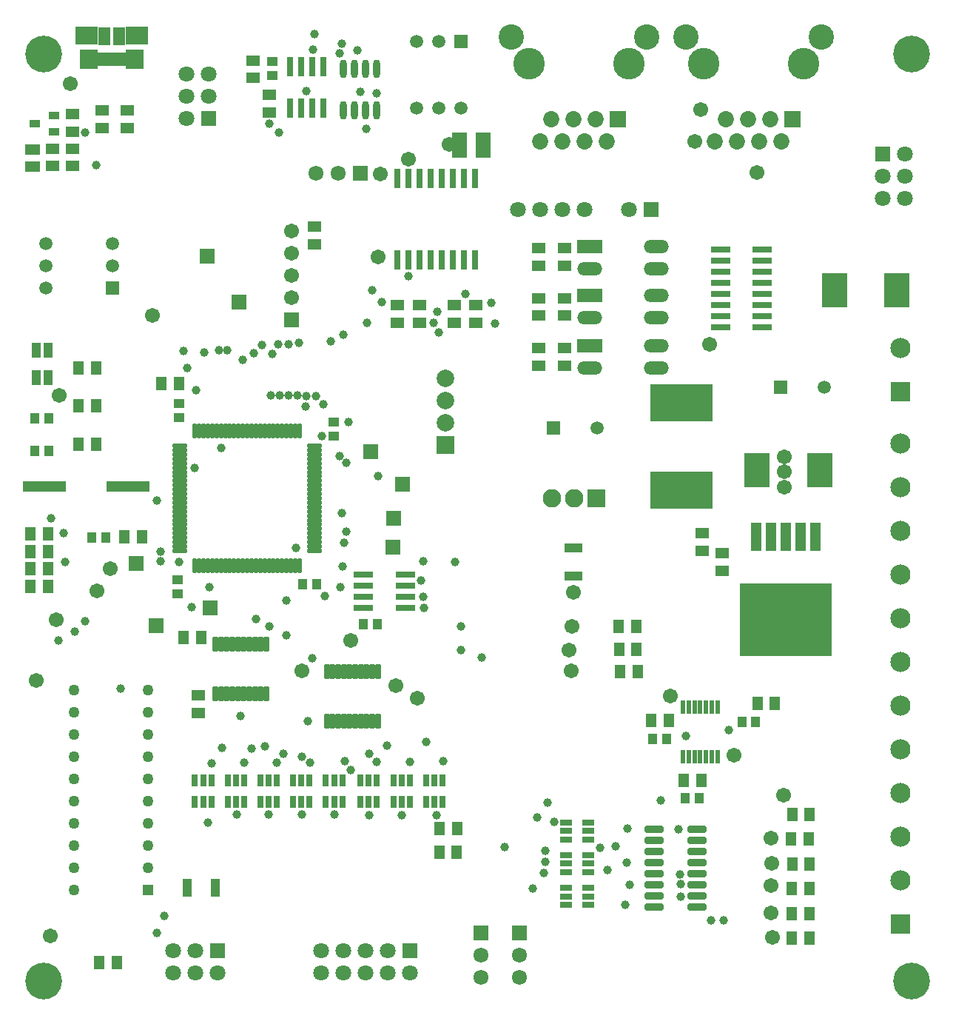
<source format=gts>
G04*
G04 #@! TF.GenerationSoftware,Altium Limited,Altium Designer,20.0.13 (296)*
G04*
G04 Layer_Color=8388736*
%FSLAX44Y44*%
%MOMM*%
G71*
G01*
G75*
%ADD49R,1.7332X2.9232*%
%ADD50R,7.2032X4.2032*%
%ADD51R,1.1700X3.3200*%
%ADD52R,10.5700X8.4200*%
%ADD53R,2.9972X4.0132*%
%ADD54R,1.1032X1.7032*%
%ADD55R,0.8032X2.2632*%
%ADD56R,1.6032X1.2032*%
G04:AMPARAMS|DCode=57|XSize=1.7732mm|YSize=0.6132mm|CornerRadius=0.1529mm|HoleSize=0mm|Usage=FLASHONLY|Rotation=270.000|XOffset=0mm|YOffset=0mm|HoleType=Round|Shape=RoundedRectangle|*
%AMROUNDEDRECTD57*
21,1,1.7732,0.3075,0,0,270.0*
21,1,1.4675,0.6132,0,0,270.0*
1,1,0.3057,-0.1538,-0.7338*
1,1,0.3057,-0.1538,0.7338*
1,1,0.3057,0.1538,0.7338*
1,1,0.3057,0.1538,-0.7338*
%
%ADD57ROUNDEDRECTD57*%
%ADD58R,1.2032X1.0032*%
%ADD59R,4.9200X1.2200*%
%ADD60R,1.0032X1.2032*%
%ADD61R,1.2032X1.6032*%
%ADD62R,1.4132X0.7832*%
%ADD63R,0.7832X1.4132*%
%ADD64R,1.6732X1.1632*%
%ADD65O,0.8032X2.1032*%
%ADD66R,0.7200X2.3200*%
G04:AMPARAMS|DCode=67|XSize=1.7632mm|YSize=0.4832mm|CornerRadius=0.1366mm|HoleSize=0mm|Usage=FLASHONLY|Rotation=90.000|XOffset=0mm|YOffset=0mm|HoleType=Round|Shape=RoundedRectangle|*
%AMROUNDEDRECTD67*
21,1,1.7632,0.2100,0,0,90.0*
21,1,1.4900,0.4832,0,0,90.0*
1,1,0.2732,0.1050,0.7450*
1,1,0.2732,0.1050,-0.7450*
1,1,0.2732,-0.1050,-0.7450*
1,1,0.2732,-0.1050,0.7450*
%
%ADD67ROUNDEDRECTD67*%
G04:AMPARAMS|DCode=68|XSize=1.7632mm|YSize=0.4832mm|CornerRadius=0.1366mm|HoleSize=0mm|Usage=FLASHONLY|Rotation=0.000|XOffset=0mm|YOffset=0mm|HoleType=Round|Shape=RoundedRectangle|*
%AMROUNDEDRECTD68*
21,1,1.7632,0.2100,0,0,0.0*
21,1,1.4900,0.4832,0,0,0.0*
1,1,0.2732,0.7450,-0.1050*
1,1,0.2732,-0.7450,-0.1050*
1,1,0.2732,-0.7450,0.1050*
1,1,0.2732,0.7450,0.1050*
%
%ADD68ROUNDEDRECTD68*%
%ADD69R,2.5782X2.1032*%
%ADD70R,1.3782X2.1032*%
%ADD71R,2.0532X2.3032*%
%ADD72R,0.6532X1.5832*%
%ADD73R,2.3200X0.7200*%
%ADD74R,1.2200X0.9200*%
G04:AMPARAMS|DCode=75|XSize=2.1732mm|YSize=0.8032mm|CornerRadius=0.1766mm|HoleSize=0mm|Usage=FLASHONLY|Rotation=0.000|XOffset=0mm|YOffset=0mm|HoleType=Round|Shape=RoundedRectangle|*
%AMROUNDEDRECTD75*
21,1,2.1732,0.4500,0,0,0.0*
21,1,1.8200,0.8032,0,0,0.0*
1,1,0.3532,0.9100,-0.2250*
1,1,0.3532,-0.9100,-0.2250*
1,1,0.3532,-0.9100,0.2250*
1,1,0.3532,0.9100,0.2250*
%
%ADD75ROUNDEDRECTD75*%
%ADD76R,0.5588X1.6256*%
%ADD77R,2.0032X1.1032*%
%ADD78R,1.1032X2.0032*%
%ADD79R,1.7032X1.7032*%
%ADD80C,1.7032*%
%ADD81R,1.2632X1.2632*%
%ADD82C,1.2632*%
%ADD83R,1.5200X1.5200*%
%ADD84C,1.5200*%
%ADD85R,1.5112X1.5112*%
%ADD86C,1.5112*%
%ADD87R,1.5112X1.5112*%
%ADD88R,1.7032X1.7032*%
%ADD89C,1.8082*%
%ADD90R,1.8082X1.8082*%
%ADD91R,2.3032X2.3032*%
%ADD92C,2.3032*%
%ADD93R,2.1082X2.1082*%
%ADD94C,2.1082*%
%ADD95R,1.8032X1.8032*%
%ADD96C,1.8032*%
%ADD97C,1.7200*%
%ADD98R,1.7200X1.7200*%
%ADD99C,3.6032*%
%ADD100R,1.8532X1.8532*%
%ADD101C,1.8532*%
%ADD102C,2.9032*%
%ADD103O,2.8448X1.5240*%
%ADD104R,2.8448X1.5240*%
%ADD105C,2.0032*%
%ADD106R,2.0032X2.0032*%
%ADD107R,1.8082X1.8082*%
%ADD108R,1.7200X1.7200*%
%ADD109C,1.0032*%
%ADD110C,4.2032*%
D49*
X508590Y985500D02*
D03*
X535410D02*
D03*
D50*
X762500Y591250D02*
D03*
Y691250D02*
D03*
D51*
X915500Y537500D02*
D03*
X898500D02*
D03*
X881500D02*
D03*
X864500D02*
D03*
X847500D02*
D03*
D52*
X881500Y443000D02*
D03*
D53*
X1008685Y819250D02*
D03*
X937315D02*
D03*
X848815Y613750D02*
D03*
X920185D02*
D03*
D54*
X37750Y750750D02*
D03*
X23750D02*
D03*
Y719750D02*
D03*
X37750D02*
D03*
D55*
X437300Y947400D02*
D03*
X450000D02*
D03*
X462700D02*
D03*
X475400D02*
D03*
X488100D02*
D03*
X500800D02*
D03*
X513500D02*
D03*
X526200D02*
D03*
Y854600D02*
D03*
X513500D02*
D03*
X500800D02*
D03*
X488100D02*
D03*
X475400D02*
D03*
X462700D02*
D03*
X450000D02*
D03*
X437300D02*
D03*
D56*
X342000Y872250D02*
D03*
Y892250D02*
D03*
X272250Y1062500D02*
D03*
Y1082500D02*
D03*
X290250Y1042750D02*
D03*
Y1022750D02*
D03*
X526750Y802500D02*
D03*
Y782500D02*
D03*
X502250Y782500D02*
D03*
Y802500D02*
D03*
X462500Y802500D02*
D03*
Y782500D02*
D03*
X437500Y802500D02*
D03*
Y782500D02*
D03*
X599000Y753500D02*
D03*
Y733500D02*
D03*
X628250Y733500D02*
D03*
Y753500D02*
D03*
X599000Y867750D02*
D03*
Y847750D02*
D03*
Y810625D02*
D03*
Y790625D02*
D03*
X628250Y790625D02*
D03*
Y810625D02*
D03*
X209750Y356500D02*
D03*
Y336500D02*
D03*
X99250Y1025000D02*
D03*
Y1005000D02*
D03*
X65000Y1021000D02*
D03*
Y1001000D02*
D03*
X65000Y981500D02*
D03*
Y961500D02*
D03*
X42250Y981750D02*
D03*
Y961750D02*
D03*
X785750Y541750D02*
D03*
Y521750D02*
D03*
X809000Y498750D02*
D03*
Y518750D02*
D03*
X128250Y1025000D02*
D03*
Y1005000D02*
D03*
X628250Y847750D02*
D03*
Y867750D02*
D03*
D57*
X287250Y357800D02*
D03*
X280750D02*
D03*
X274250D02*
D03*
X267750D02*
D03*
X261250D02*
D03*
X254750D02*
D03*
X248250D02*
D03*
X241750D02*
D03*
X235250D02*
D03*
X228750D02*
D03*
Y415200D02*
D03*
X235250D02*
D03*
X241750D02*
D03*
X248250D02*
D03*
X254750D02*
D03*
X261250D02*
D03*
X267750D02*
D03*
X274250D02*
D03*
X280750D02*
D03*
X287250D02*
D03*
X414750Y326550D02*
D03*
X408250D02*
D03*
X401750D02*
D03*
X395250D02*
D03*
X388750D02*
D03*
X382250D02*
D03*
X375750D02*
D03*
X369250D02*
D03*
X362750D02*
D03*
X356250D02*
D03*
Y383950D02*
D03*
X362750D02*
D03*
X369250D02*
D03*
X375750D02*
D03*
X382250D02*
D03*
X388750D02*
D03*
X395250D02*
D03*
X401750D02*
D03*
X408250D02*
D03*
X414750D02*
D03*
D58*
X294250Y1081250D02*
D03*
Y1065250D02*
D03*
X185750Y488750D02*
D03*
Y472750D02*
D03*
X187750Y690000D02*
D03*
Y674000D02*
D03*
X364250Y652750D02*
D03*
Y668750D02*
D03*
D59*
X33000Y595250D02*
D03*
X129000D02*
D03*
D60*
X38250Y636250D02*
D03*
X22250D02*
D03*
X38250Y673500D02*
D03*
X22250D02*
D03*
X831250Y326250D02*
D03*
X847250D02*
D03*
X745500Y306750D02*
D03*
X729500D02*
D03*
X782500Y239000D02*
D03*
X766500D02*
D03*
X414250Y437500D02*
D03*
X398250D02*
D03*
X329000Y483750D02*
D03*
X345000D02*
D03*
X103500Y537000D02*
D03*
X87500D02*
D03*
D61*
X192500Y422250D02*
D03*
X212500D02*
D03*
X692000Y383720D02*
D03*
X712000D02*
D03*
X690500Y435000D02*
D03*
X710500D02*
D03*
X690750Y409360D02*
D03*
X710750D02*
D03*
X869250Y347500D02*
D03*
X849250D02*
D03*
X747750Y327500D02*
D03*
X727750D02*
D03*
X784750Y259000D02*
D03*
X764750D02*
D03*
X888750Y78500D02*
D03*
X908750D02*
D03*
X888750Y106500D02*
D03*
X908750D02*
D03*
X888750Y135750D02*
D03*
X908750D02*
D03*
X889000Y163500D02*
D03*
X909000D02*
D03*
X889000Y220500D02*
D03*
X909000D02*
D03*
X887750Y192500D02*
D03*
X907750D02*
D03*
X485750Y204000D02*
D03*
X505750D02*
D03*
X485250Y177000D02*
D03*
X505250D02*
D03*
X17500Y501000D02*
D03*
X37500D02*
D03*
X17500Y521000D02*
D03*
X37500D02*
D03*
X17500Y541250D02*
D03*
X37500D02*
D03*
X17500Y480750D02*
D03*
X37500D02*
D03*
X124750Y537500D02*
D03*
X144750D02*
D03*
X116000Y51000D02*
D03*
X96000D02*
D03*
X167000Y713000D02*
D03*
X187000D02*
D03*
X72250Y730500D02*
D03*
X92250D02*
D03*
X72250Y687375D02*
D03*
X92250D02*
D03*
X72250Y643500D02*
D03*
X92250D02*
D03*
D62*
X655550Y117000D02*
D03*
Y126500D02*
D03*
Y136000D02*
D03*
X630450Y117000D02*
D03*
Y126500D02*
D03*
Y136000D02*
D03*
X655550Y154500D02*
D03*
Y164000D02*
D03*
Y173500D02*
D03*
X630450Y154500D02*
D03*
Y164000D02*
D03*
Y173500D02*
D03*
X655550Y191750D02*
D03*
Y201250D02*
D03*
Y210750D02*
D03*
X630450Y191750D02*
D03*
Y201250D02*
D03*
Y210750D02*
D03*
D63*
X224500Y259500D02*
D03*
X215000D02*
D03*
X205500D02*
D03*
X224500Y234400D02*
D03*
X215000D02*
D03*
X205500D02*
D03*
X262000Y259500D02*
D03*
X252500D02*
D03*
X243000D02*
D03*
X262000Y234400D02*
D03*
X252500D02*
D03*
X243000D02*
D03*
X299250Y259500D02*
D03*
X289750D02*
D03*
X280250D02*
D03*
X299250Y234400D02*
D03*
X289750D02*
D03*
X280250D02*
D03*
X336750Y259500D02*
D03*
X327250D02*
D03*
X317750D02*
D03*
X336750Y234400D02*
D03*
X327250D02*
D03*
X317750D02*
D03*
X374250Y259500D02*
D03*
X364750D02*
D03*
X355250D02*
D03*
X374250Y234400D02*
D03*
X364750D02*
D03*
X355250D02*
D03*
X413750Y259500D02*
D03*
X404250D02*
D03*
X394750D02*
D03*
X413750Y234400D02*
D03*
X404250D02*
D03*
X394750D02*
D03*
X489000Y259500D02*
D03*
X479500D02*
D03*
X470000D02*
D03*
X489000Y234400D02*
D03*
X479500D02*
D03*
X470000D02*
D03*
X451500Y259500D02*
D03*
X442000D02*
D03*
X432500D02*
D03*
X451500Y234400D02*
D03*
X442000D02*
D03*
X432500D02*
D03*
D64*
X19750Y960970D02*
D03*
Y980530D02*
D03*
D65*
X413050Y1072500D02*
D03*
X400350D02*
D03*
X387650D02*
D03*
X374950D02*
D03*
X413050Y1025500D02*
D03*
X400350D02*
D03*
X387650D02*
D03*
X374950D02*
D03*
D66*
X352800Y1075500D02*
D03*
X340100D02*
D03*
X327400D02*
D03*
X314700D02*
D03*
X352800Y1027500D02*
D03*
X340100D02*
D03*
X327400D02*
D03*
X314700D02*
D03*
D67*
X205250Y504950D02*
D03*
X210250D02*
D03*
X215250D02*
D03*
X220250D02*
D03*
X225250D02*
D03*
X230250D02*
D03*
X235250D02*
D03*
X240250D02*
D03*
X245250D02*
D03*
X250250D02*
D03*
X255250D02*
D03*
X260250D02*
D03*
X265250D02*
D03*
X270250D02*
D03*
X275250D02*
D03*
X280250D02*
D03*
X285250D02*
D03*
X290250D02*
D03*
X295250D02*
D03*
X300250D02*
D03*
X305250D02*
D03*
X310250D02*
D03*
X315250D02*
D03*
X320250D02*
D03*
X325250D02*
D03*
Y658550D02*
D03*
X320250D02*
D03*
X315250D02*
D03*
X310250D02*
D03*
X305250D02*
D03*
X300250D02*
D03*
X295250D02*
D03*
X290250D02*
D03*
X285250D02*
D03*
X280250D02*
D03*
X275250D02*
D03*
X270250D02*
D03*
X265250D02*
D03*
X260250D02*
D03*
X255250D02*
D03*
X250250D02*
D03*
X245250D02*
D03*
X240250D02*
D03*
X235250D02*
D03*
X230250D02*
D03*
X225250D02*
D03*
X220250D02*
D03*
X215250D02*
D03*
X210250D02*
D03*
X205250D02*
D03*
D68*
X188450Y641750D02*
D03*
Y636750D02*
D03*
Y631750D02*
D03*
Y626750D02*
D03*
Y621750D02*
D03*
Y616750D02*
D03*
Y611750D02*
D03*
Y606750D02*
D03*
Y601750D02*
D03*
Y596750D02*
D03*
Y591750D02*
D03*
Y586750D02*
D03*
Y581750D02*
D03*
Y576750D02*
D03*
Y571750D02*
D03*
Y566750D02*
D03*
Y561750D02*
D03*
Y556750D02*
D03*
Y551750D02*
D03*
Y546750D02*
D03*
Y541750D02*
D03*
Y536750D02*
D03*
Y531750D02*
D03*
Y526750D02*
D03*
Y521750D02*
D03*
X342050D02*
D03*
Y526750D02*
D03*
Y531750D02*
D03*
Y536750D02*
D03*
Y541750D02*
D03*
Y546750D02*
D03*
Y551750D02*
D03*
Y556750D02*
D03*
Y561750D02*
D03*
Y566750D02*
D03*
Y571750D02*
D03*
Y576750D02*
D03*
Y581750D02*
D03*
Y586750D02*
D03*
Y591750D02*
D03*
Y596750D02*
D03*
Y601750D02*
D03*
Y606750D02*
D03*
Y611750D02*
D03*
Y616750D02*
D03*
Y621750D02*
D03*
Y626750D02*
D03*
Y631750D02*
D03*
Y636750D02*
D03*
Y641750D02*
D03*
D69*
X81250Y1110500D02*
D03*
X139250D02*
D03*
D70*
X102000Y1110400D02*
D03*
X118500D02*
D03*
D71*
X83750Y1083900D02*
D03*
X136750D02*
D03*
D72*
X123250D02*
D03*
X116750D02*
D03*
X110250D02*
D03*
X103750D02*
D03*
X97250D02*
D03*
D73*
X854750Y777550D02*
D03*
Y790250D02*
D03*
Y802950D02*
D03*
Y815650D02*
D03*
Y828350D02*
D03*
Y841050D02*
D03*
Y853750D02*
D03*
Y866450D02*
D03*
X806750Y777550D02*
D03*
Y790250D02*
D03*
Y802950D02*
D03*
Y815650D02*
D03*
Y828350D02*
D03*
Y841050D02*
D03*
Y853750D02*
D03*
Y866450D02*
D03*
X398500Y494300D02*
D03*
Y481600D02*
D03*
Y468900D02*
D03*
Y456200D02*
D03*
X446500Y494300D02*
D03*
Y481600D02*
D03*
Y468900D02*
D03*
Y456200D02*
D03*
D74*
X22000Y1010000D02*
D03*
X44500Y1019500D02*
D03*
Y1000500D02*
D03*
D75*
X780000Y203200D02*
D03*
Y190500D02*
D03*
Y177800D02*
D03*
Y165100D02*
D03*
Y152400D02*
D03*
Y139700D02*
D03*
Y127000D02*
D03*
Y114300D02*
D03*
X730500D02*
D03*
Y127000D02*
D03*
Y139700D02*
D03*
Y152400D02*
D03*
Y165100D02*
D03*
Y177800D02*
D03*
Y190500D02*
D03*
Y203200D02*
D03*
D76*
X803308Y343198D02*
D03*
X796704D02*
D03*
X790354D02*
D03*
X783750D02*
D03*
X777146D02*
D03*
X770796D02*
D03*
X764192D02*
D03*
Y286302D02*
D03*
X770796D02*
D03*
X777146D02*
D03*
X783750D02*
D03*
X790354D02*
D03*
X796704D02*
D03*
X803308D02*
D03*
D77*
X638500Y525250D02*
D03*
Y493250D02*
D03*
D78*
X196750Y136250D02*
D03*
X228750D02*
D03*
D79*
X315750Y785450D02*
D03*
X443000Y597500D02*
D03*
X432500Y558750D02*
D03*
X432000Y525750D02*
D03*
X222500Y456250D02*
D03*
D80*
X315750Y810850D02*
D03*
Y836250D02*
D03*
Y861650D02*
D03*
Y887050D02*
D03*
X50000Y699250D02*
D03*
X460000Y353000D02*
D03*
X749250Y355750D02*
D03*
X822000Y287750D02*
D03*
X848250Y954500D02*
D03*
X383750Y419250D02*
D03*
X638250Y474500D02*
D03*
X435750Y367500D02*
D03*
X327500Y384500D02*
D03*
X23750Y373750D02*
D03*
X46520Y443250D02*
D03*
X93750Y476250D02*
D03*
X40250Y81750D02*
D03*
X633750Y408500D02*
D03*
X637250Y435000D02*
D03*
X108250Y501250D02*
D03*
X866000Y79250D02*
D03*
X864500Y107250D02*
D03*
X865000Y138750D02*
D03*
X865250Y163950D02*
D03*
X864500Y193500D02*
D03*
X879000Y242250D02*
D03*
X636250Y384250D02*
D03*
X415000Y858000D02*
D03*
X63250Y1055750D02*
D03*
X156750Y791250D02*
D03*
X794750Y757750D02*
D03*
X450000Y969500D02*
D03*
X417250Y952500D02*
D03*
X496067Y986639D02*
D03*
X777250Y989750D02*
D03*
X784500Y1026000D02*
D03*
X880250Y611875D02*
D03*
Y594500D02*
D03*
Y629250D02*
D03*
D81*
X152000Y134200D02*
D03*
D82*
Y159600D02*
D03*
Y185000D02*
D03*
Y210400D02*
D03*
Y235800D02*
D03*
Y261200D02*
D03*
Y286600D02*
D03*
Y312000D02*
D03*
Y337400D02*
D03*
Y362800D02*
D03*
X67000D02*
D03*
Y337400D02*
D03*
Y312000D02*
D03*
Y286600D02*
D03*
Y261200D02*
D03*
Y235800D02*
D03*
Y210400D02*
D03*
Y185000D02*
D03*
Y159600D02*
D03*
Y134200D02*
D03*
D83*
X875750Y708500D02*
D03*
X615750Y662250D02*
D03*
D84*
X925750Y708500D02*
D03*
X665750Y662250D02*
D03*
D85*
X110850Y822350D02*
D03*
D86*
X34650D02*
D03*
X110850Y847750D02*
D03*
X34650D02*
D03*
Y873150D02*
D03*
X110850D02*
D03*
X510050Y1028050D02*
D03*
X484650Y1104250D02*
D03*
Y1028050D02*
D03*
X459250D02*
D03*
Y1104250D02*
D03*
D87*
X510050D02*
D03*
D88*
X138250Y507250D02*
D03*
X256250Y806250D02*
D03*
X219250Y859000D02*
D03*
X406500Y635000D02*
D03*
X161000Y436250D02*
D03*
D89*
X1017650Y924950D02*
D03*
X992250D02*
D03*
X1017650Y950350D02*
D03*
X992250D02*
D03*
X1017650Y975750D02*
D03*
X196000Y1066550D02*
D03*
X221400D02*
D03*
X196000Y1041150D02*
D03*
X221400D02*
D03*
X196000Y1015750D02*
D03*
X180700Y39350D02*
D03*
Y64750D02*
D03*
X206100Y39350D02*
D03*
Y64750D02*
D03*
X231500Y39350D02*
D03*
X350250D02*
D03*
Y64750D02*
D03*
X375650Y39350D02*
D03*
Y64750D02*
D03*
X401050Y39350D02*
D03*
Y64750D02*
D03*
X426450Y39350D02*
D03*
Y64750D02*
D03*
X451850Y39350D02*
D03*
D90*
X992250Y975750D02*
D03*
X221400Y1015750D02*
D03*
D91*
X1012500Y703750D02*
D03*
Y94750D02*
D03*
D92*
Y753750D02*
D03*
Y644750D02*
D03*
Y594750D02*
D03*
Y544750D02*
D03*
Y494750D02*
D03*
Y444750D02*
D03*
Y394750D02*
D03*
Y344750D02*
D03*
Y294750D02*
D03*
Y244750D02*
D03*
Y194750D02*
D03*
Y144750D02*
D03*
D93*
X664900Y581750D02*
D03*
D94*
X639500D02*
D03*
X614100D02*
D03*
D95*
X727400Y912250D02*
D03*
X532500Y84800D02*
D03*
D96*
X702000Y912250D02*
D03*
X651200D02*
D03*
X625800D02*
D03*
X600400D02*
D03*
X575000D02*
D03*
D97*
X343850Y953500D02*
D03*
X369250D02*
D03*
X576500Y34000D02*
D03*
Y59400D02*
D03*
X532500Y34000D02*
D03*
Y59400D02*
D03*
D98*
X394650Y953500D02*
D03*
D99*
X702150Y1078750D02*
D03*
X587850D02*
D03*
X901650D02*
D03*
X787350D02*
D03*
D100*
X689450Y1015250D02*
D03*
X888950D02*
D03*
D101*
X676750Y989850D02*
D03*
X664050Y1015250D02*
D03*
X651350Y989850D02*
D03*
X638650Y1015250D02*
D03*
X625950Y989850D02*
D03*
X613250Y1015250D02*
D03*
X600550Y989850D02*
D03*
X876250D02*
D03*
X863550Y1015250D02*
D03*
X850850Y989850D02*
D03*
X838150Y1015250D02*
D03*
X825450Y989850D02*
D03*
X812750Y1015250D02*
D03*
X800050Y989850D02*
D03*
D102*
X722500Y1109250D02*
D03*
X567500D02*
D03*
X922000D02*
D03*
X767000D02*
D03*
D103*
X733850Y756200D02*
D03*
Y730800D02*
D03*
X657650D02*
D03*
X733850Y813450D02*
D03*
Y788050D02*
D03*
X657650D02*
D03*
X733850Y869450D02*
D03*
Y844050D02*
D03*
X657650D02*
D03*
D104*
Y756200D02*
D03*
Y813450D02*
D03*
Y869450D02*
D03*
D105*
X492250Y719050D02*
D03*
Y668250D02*
D03*
Y693650D02*
D03*
D106*
Y642850D02*
D03*
D107*
X231500Y64750D02*
D03*
X451850D02*
D03*
D108*
X576500Y84800D02*
D03*
D109*
X470000Y303500D02*
D03*
X404750Y289500D02*
D03*
X677500Y156750D02*
D03*
X669500Y182250D02*
D03*
X425500Y299000D02*
D03*
X377250Y281250D02*
D03*
X327500Y286250D02*
D03*
X306750Y290000D02*
D03*
X285500Y297750D02*
D03*
X236500Y296000D02*
D03*
X56750Y508750D02*
D03*
X55250Y542000D02*
D03*
X67750Y429000D02*
D03*
X79500Y441250D02*
D03*
X49250Y419500D02*
D03*
X335000Y326750D02*
D03*
X257500Y333000D02*
D03*
X320750Y525250D02*
D03*
X350750Y653250D02*
D03*
X301500Y999625D02*
D03*
X401750Y1004000D02*
D03*
X515000Y815500D02*
D03*
X408000Y820000D02*
D03*
X449500Y835500D02*
D03*
X378321Y622679D02*
D03*
X371250Y629750D02*
D03*
X232750Y751250D02*
D03*
X242750D02*
D03*
X312520Y699034D02*
D03*
X352500Y689500D02*
D03*
X374250Y503750D02*
D03*
X414750Y606750D02*
D03*
X381250Y668750D02*
D03*
X292520Y699020D02*
D03*
X215750Y748500D02*
D03*
X92750Y962500D02*
D03*
X79750Y1000000D02*
D03*
X816500Y317000D02*
D03*
X767000Y309750D02*
D03*
X290250Y1009750D02*
D03*
X354500Y470270D02*
D03*
X510000Y435000D02*
D03*
X596750Y216500D02*
D03*
X759000Y203250D02*
D03*
X738500Y236000D02*
D03*
X616270Y211500D02*
D03*
X609000Y234000D02*
D03*
X560250Y183250D02*
D03*
X489250Y281250D02*
D03*
X503250Y508750D02*
D03*
X467000Y509750D02*
D03*
X378500Y544000D02*
D03*
X373750Y564480D02*
D03*
X187000Y508500D02*
D03*
X376250Y531250D02*
D03*
X698250Y117000D02*
D03*
X604750Y153500D02*
D03*
X592250Y135750D02*
D03*
X482750Y795500D02*
D03*
X419500Y806250D02*
D03*
X394750Y1046250D02*
D03*
X413250Y1045250D02*
D03*
X333000Y1047250D02*
D03*
X340500Y1095000D02*
D03*
X342000Y1112250D02*
D03*
X373322Y1101822D02*
D03*
X370750Y1090250D02*
D03*
X391500Y1094250D02*
D03*
X206500Y705750D02*
D03*
X375000Y768500D02*
D03*
X402000Y782750D02*
D03*
X549250Y781500D02*
D03*
X361000Y761000D02*
D03*
X192250Y750500D02*
D03*
X196750Y731000D02*
D03*
X324750Y759250D02*
D03*
X484500Y771250D02*
D03*
X162250Y579020D02*
D03*
X478250Y782000D02*
D03*
X166250Y509750D02*
D03*
X166000Y521000D02*
D03*
X544250Y805250D02*
D03*
X313000Y757500D02*
D03*
X300500D02*
D03*
X272500Y748000D02*
D03*
X260500Y740000D02*
D03*
X302520Y699038D02*
D03*
X332500Y687000D02*
D03*
X332750Y698750D02*
D03*
X322520Y699034D02*
D03*
X293750Y747250D02*
D03*
X40490Y559260D02*
D03*
X170500Y104250D02*
D03*
X220500Y210500D02*
D03*
X606250Y179000D02*
D03*
Y165750D02*
D03*
X700250Y204000D02*
D03*
X687000Y184000D02*
D03*
X702843Y139593D02*
D03*
X810250Y98750D02*
D03*
X761750Y126500D02*
D03*
X796000Y99000D02*
D03*
X761750Y140750D02*
D03*
X383500Y271250D02*
D03*
X270500Y295250D02*
D03*
X253000Y220000D02*
D03*
X289750D02*
D03*
X327750D02*
D03*
X364750Y220250D02*
D03*
X404500Y219000D02*
D03*
X442000Y219750D02*
D03*
X482000Y219500D02*
D03*
X451510Y279894D02*
D03*
X299250Y279250D02*
D03*
X413750Y280000D02*
D03*
X224250Y278250D02*
D03*
X162000Y85000D02*
D03*
X120750Y364500D02*
D03*
X262250Y279500D02*
D03*
X337000D02*
D03*
X290750Y435500D02*
D03*
X310250Y424750D02*
D03*
X309750Y464750D02*
D03*
X275250Y444000D02*
D03*
X222250Y480000D02*
D03*
X201750Y457000D02*
D03*
X340000Y398500D02*
D03*
X372000Y479750D02*
D03*
X464000Y487750D02*
D03*
X467750Y456000D02*
D03*
X467000Y469500D02*
D03*
X533560Y399542D02*
D03*
X344250Y698500D02*
D03*
X282250Y757250D02*
D03*
X509500Y408500D02*
D03*
X760750Y151500D02*
D03*
X699738Y165500D02*
D03*
X235250Y639000D02*
D03*
X204750Y616250D02*
D03*
D110*
X32500Y29500D02*
D03*
X1025750D02*
D03*
Y1089750D02*
D03*
X32500D02*
D03*
M02*

</source>
